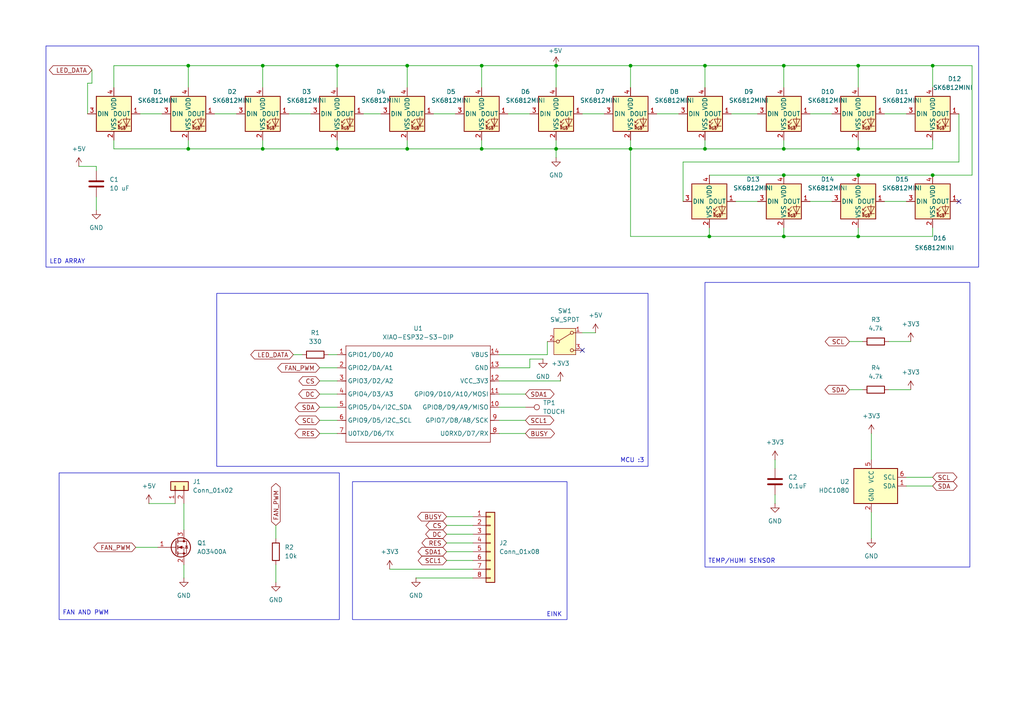
<source format=kicad_sch>
(kicad_sch (version 20250114) (generator "eeschema") (generator_version "9.0")
  (paper "A4")
  (lib_symbols
    (symbol "Connector:TestPoint" (pin_numbers (hide yes)) (pin_names (offset 0.762) (hide yes))
      (property "Reference" "TP" (at 0 6.858 0))
      (property "Value" "TestPoint" (at 0 5.08 0))
      (symbol "TestPoint_0_1"
        (circle (center 0 3.302) (radius 0.762))
      )
      (symbol "TestPoint_1_1"
        (pin passive line (at 0 0 90) (length 2.54) (name "1") (number "1"))
      )
    )
    (symbol "Connector_Generic:Conn_01x02" (pin_names (offset 1.016) (hide yes))
      (property "Reference" "J" (at 0 2.54 0))
      (property "Value" "Conn_01x02" (at 0 -5.08 0))
      (symbol "Conn_01x02_1_1"
        (rectangle (start -1.27 1.27) (end 1.27 -3.81) (stroke (width 0.254)) (fill (type background)))
        (rectangle (start -1.27 0.127) (end 0 -0.127) (stroke (width 0.1524)))
        (rectangle (start -1.27 -2.413) (end 0 -2.667) (stroke (width 0.1524)))
        (pin passive line (at -5.08 0 0) (length 3.81) (name "Pin_1") (number "1"))
        (pin passive line (at -5.08 -2.54 0) (length 3.81) (name "Pin_2") (number "2"))
      )
    )
    (symbol "Connector_Generic:Conn_01x08" (pin_names (offset 1.016) (hide yes))
      (property "Reference" "J" (at 0 10.16 0))
      (property "Value" "Conn_01x08" (at 0 -12.7 0))
      (symbol "Conn_01x08_1_1"
        (rectangle (start -1.27 8.89) (end 1.27 -11.43) (stroke (width 0.254)) (fill (type background)))
        (rectangle (start -1.27 7.747) (end 0 7.493) (stroke (width 0.1524)))
        (rectangle (start -1.27 5.207) (end 0 4.953) (stroke (width 0.1524)))
        (rectangle (start -1.27 2.667) (end 0 2.413) (stroke (width 0.1524)))
        (rectangle (start -1.27 0.127) (end 0 -0.127) (stroke (width 0.1524)))
        (rectangle (start -1.27 -2.413) (end 0 -2.667) (stroke (width 0.1524)))
        (rectangle (start -1.27 -4.953) (end 0 -5.207) (stroke (width 0.1524)))
        (rectangle (start -1.27 -7.493) (end 0 -7.747) (stroke (width 0.1524)))
        (rectangle (start -1.27 -10.033) (end 0 -10.287) (stroke (width 0.1524)))
        (pin passive line (at -5.08 7.62 0) (length 3.81) (name "Pin_1") (number "1"))
        (pin passive line (at -5.08 5.08 0) (length 3.81) (name "Pin_2") (number "2"))
        (pin passive line (at -5.08 2.54 0) (length 3.81) (name "Pin_3") (number "3"))
        (pin passive line (at -5.08 0 0) (length 3.81) (name "Pin_4") (number "4"))
        (pin passive line (at -5.08 -2.54 0) (length 3.81) (name "Pin_5") (number "5"))
        (pin passive line (at -5.08 -5.08 0) (length 3.81) (name "Pin_6") (number "6"))
        (pin passive line (at -5.08 -7.62 0) (length 3.81) (name "Pin_7") (number "7"))
        (pin passive line (at -5.08 -10.16 0) (length 3.81) (name "Pin_8") (number "8"))
      )
    )
    (symbol "Device:C" (pin_numbers (hide yes)) (pin_names (offset 0.254))
      (property "Reference" "C" (at 0.635 2.54 0))
      (property "Value" "C" (at 0.635 -2.54 0))
      (symbol "C_0_1"
        (polyline (pts (xy -2.032 0.762) (xy 2.032 0.762)) (stroke (width 0.508)))
        (polyline (pts (xy -2.032 -0.762) (xy 2.032 -0.762)) (stroke (width 0.508)))
      )
      (symbol "C_1_1"
        (pin passive line (at 0 3.81 270) (length 2.794) (name "~") (number "1"))
        (pin passive line (at 0 -3.81 90) (length 2.794) (name "~") (number "2"))
      )
    )
    (symbol "Device:R" (pin_numbers (hide yes)) (pin_names (offset 0))
      (property "Reference" "R" (at 2.032 0 90))
      (property "Value" "R" (at 0 0 90))
      (symbol "R_0_1"
        (rectangle (start -1.016 -2.54) (end 1.016 2.54) (stroke (width 0.254)))
      )
      (symbol "R_1_1"
        (pin passive line (at 0 3.81 270) (length 1.27) (name "~") (number "1"))
        (pin passive line (at 0 -3.81 90) (length 1.27) (name "~") (number "2"))
      )
    )
    (symbol "LED:SK6812MINI" (pin_names (offset 0.254))
      (property "Reference" "D" (at 5.08 5.715 0))
      (property "Value" "SK6812MINI" (at 1.27 -5.715 0))
      (symbol "SK6812MINI_0_0"
        (text "RGB" (at 2.286 -4.191 0) (effects (font (size 0.762 0.762))))
      )
      (symbol "SK6812MINI_0_1"
        (polyline (pts (xy 1.27 -2.54) (xy 1.778 -2.54)))
        (polyline (pts (xy 1.27 -3.556) (xy 1.778 -3.556)))
        (polyline (pts (xy 2.286 -1.524) (xy 1.27 -2.54) (xy 1.27 -2.032)))
        (polyline (pts (xy 2.286 -2.54) (xy 1.27 -3.556) (xy 1.27 -3.048)))
        (polyline (pts (xy 3.683 -1.016) (xy 3.683 -3.556) (xy 3.683 -4.064)))
        (polyline (pts (xy 4.699 -1.524) (xy 2.667 -1.524) (xy 3.683 -3.556) (xy 4.699 -1.524)))
        (polyline (pts (xy 4.699 -3.556) (xy 2.667 -3.556)))
        (rectangle (start 5.08 5.08) (end -5.08 -5.08) (stroke (width 0.254)) (fill (type background)))
      )
      (symbol "SK6812MINI_1_1"
        (pin input line (at -7.62 0 0) (length 2.54) (name "DIN") (number "3"))
        (pin power_in line (at 0 7.62 270) (length 2.54) (name "VDD") (number "4"))
        (pin power_in line (at 0 -7.62 90) (length 2.54) (name "VSS") (number "2"))
        (pin output line (at 7.62 0 180) (length 2.54) (name "DOUT") (number "1"))
      )
    )
    (symbol "OPL:XIAO-ESP32-S3-DIP"
      (property "Reference" "U" (at 1.27 0.508 0))
      (property "Value" "XIAO-ESP32-S3-DIP" (at 9.652 -1.778 0))
      (symbol "XIAO-ESP32-S3-DIP_1_0"
        (polyline (pts (xy 0 -2.54) (xy 41.91 -2.54)) (stroke (width 0.1524)))
        (polyline (pts (xy 0 -5.08) (xy -1.27 -5.08)) (stroke (width 0.1524)))
        (polyline (pts (xy 0 -5.08) (xy 0 -2.54)) (stroke (width 0.1524)))
        (polyline (pts (xy 0 -8.89) (xy -1.27 -8.89)) (stroke (width 0.1524)))
        (polyline (pts (xy 0 -8.89) (xy 0 -5.08)) (stroke (width 0.1524)))
        (polyline (pts (xy 0 -12.7) (xy -1.27 -12.7)) (stroke (width 0.1524)))
        (polyline (pts (xy 0 -12.7) (xy 0 -8.89)) (stroke (width 0.1524)))
        (polyline (pts (xy 0 -16.51) (xy -1.27 -16.51)) (stroke (width 0.1524)))
        (polyline (pts (xy 0 -16.51) (xy 0 -12.7)) (stroke (width 0.1524)))
        (polyline (pts (xy 0 -20.32) (xy -1.27 -20.32)) (stroke (width 0.1524)))
        (polyline (pts (xy 0 -24.13) (xy -1.27 -24.13)) (stroke (width 0.1524)))
        (polyline (pts (xy 0 -27.94) (xy -1.27 -27.94)) (stroke (width 0.1524)))
        (polyline (pts (xy 0 -30.48) (xy 0 -16.51)) (stroke (width 0.1524)))
        (polyline (pts (xy 41.91 -2.54) (xy 41.91 -5.08)) (stroke (width 0.1524)))
        (polyline (pts (xy 41.91 -5.08) (xy 41.91 -8.89)) (stroke (width 0.1524)))
        (polyline (pts (xy 41.91 -8.89) (xy 41.91 -12.7)) (stroke (width 0.1524)))
        (polyline (pts (xy 41.91 -12.7) (xy 41.91 -30.48)) (stroke (width 0.1524)))
        (polyline (pts (xy 41.91 -30.48) (xy 0 -30.48)) (stroke (width 0.1524)))
        (polyline (pts (xy 43.18 -5.08) (xy 41.91 -5.08)) (stroke (width 0.1524)))
        (polyline (pts (xy 43.18 -8.89) (xy 41.91 -8.89)) (stroke (width 0.1524)))
        (polyline (pts (xy 43.18 -12.7) (xy 41.91 -12.7)) (stroke (width 0.1524)))
        (polyline (pts (xy 43.18 -16.51) (xy 41.91 -16.51)) (stroke (width 0.1524)))
        (polyline (pts (xy 43.18 -20.32) (xy 41.91 -20.32)) (stroke (width 0.1524)))
        (polyline (pts (xy 43.18 -24.13) (xy 41.91 -24.13)) (stroke (width 0.1524)))
        (polyline (pts (xy 43.18 -27.94) (xy 41.91 -27.94)) (stroke (width 0.1524)))
        (pin passive line (at -2.54 -5.08 0) (length 2.54) (name "GPIO1/D0/A0") (number "1"))
        (pin passive line (at -2.54 -8.89 0) (length 2.54) (name "GPIO2/DA/A1") (number "2"))
        (pin passive line (at -2.54 -12.7 0) (length 2.54) (name "GPIO3/D2/A2") (number "3"))
        (pin passive line (at -2.54 -16.51 0) (length 2.54) (name "GPIO4/D3/A3") (number "4"))
        (pin passive line (at -2.54 -20.32 0) (length 2.54) (name "GPIO5/D4/I2C_SDA") (number "5"))
        (pin passive line (at -2.54 -24.13 0) (length 2.54) (name "GPIO9/D5/I2C_SCL") (number "6"))
        (pin passive line (at -2.54 -27.94 0) (length 2.54) (name "U0TXD/D6/TX") (number "7"))
        (pin passive line (at 44.45 -5.08 180) (length 2.54) (name "VBUS") (number "14"))
        (pin passive line (at 44.45 -8.89 180) (length 2.54) (name "GND") (number "13"))
        (pin passive line (at 44.45 -12.7 180) (length 2.54) (name "VCC_3V3") (number "12"))
        (pin passive line (at 44.45 -16.51 180) (length 2.54) (name "GPIO9/D10/A10/MOSI") (number "11"))
        (pin passive line (at 44.45 -20.32 180) (length 2.54) (name "GPIO8/D9/A9/MISO") (number "10"))
        (pin passive line (at 44.45 -24.13 180) (length 2.54) (name "GPIO7/D8/A8/SCK") (number "9"))
        (pin passive line (at 44.45 -27.94 180) (length 2.54) (name "U0RXD/D7/RX") (number "8"))
      )
    )
    (symbol "Sensor_Humidity:HDC1080"
      (property "Reference" "U" (at -6.35 6.35 0))
      (property "Value" "HDC1080" (at 3.81 6.35 0))
      (symbol "HDC1080_0_1"
        (rectangle (start -7.62 5.08) (end 5.08 -5.08) (stroke (width 0.254)) (fill (type background)))
      )
      (symbol "HDC1080_1_1"
        (pin no_connect line (at -7.62 2.54 0) (length 2.54) (hide yes) (name "DAP") (number "7"))
        (pin no_connect line (at -7.62 0 0) (length 2.54) (hide yes) (name "NC") (number "3"))
        (pin no_connect line (at -7.62 -2.54 0) (length 2.54) (hide yes) (name "NC") (number "4"))
        (pin power_in line (at -2.54 7.62 270) (length 2.54) (name "VCC") (number "5"))
        (pin power_in line (at -2.54 -7.62 90) (length 2.54) (name "GND") (number "2"))
        (pin input line (at 7.62 2.54 180) (length 2.54) (name "SCL") (number "6"))
        (pin bidirectional line (at 7.62 0 180) (length 2.54) (name "SDA") (number "1"))
      )
    )
    (symbol "Switch:SW_SPDT" (pin_names (offset 0) (hide yes))
      (property "Reference" "SW" (at 0 5.08 0))
      (property "Value" "SW_SPDT" (at 0 -5.08 0))
      (symbol "SW_SPDT_0_1"
        (circle (center -2.032 0) (radius 0.4572))
        (polyline (pts (xy -1.651 0.254) (xy 1.651 2.286)))
        (circle (center 2.032 2.54) (radius 0.4572))
        (circle (center 2.032 -2.54) (radius 0.4572))
      )
      (symbol "SW_SPDT_1_1"
        (rectangle (start -3.175 3.81) (end 3.175 -3.81) (fill (type background)))
        (pin passive line (at -5.08 0 0) (length 2.54) (name "B") (number "2"))
        (pin passive line (at 5.08 2.54 180) (length 2.54) (name "A") (number "1"))
        (pin passive line (at 5.08 -2.54 180) (length 2.54) (name "C") (number "3"))
      )
    )
    (symbol "Transistor_FET:AO3400A" (pin_names (offset 0) (hide yes))
      (property "Reference" "Q" (at 5.08 1.905 0))
      (property "Value" "AO3400A" (at 5.08 0 0))
      (symbol "AO3400A_0_1"
        (polyline (pts (xy 0.254 1.905) (xy 0.254 -1.905)) (stroke (width 0.254)))
        (polyline (pts (xy 0.254 0) (xy -2.54 0)))
        (polyline (pts (xy 0.762 2.286) (xy 0.762 1.27)) (stroke (width 0.254)))
        (polyline (pts (xy 0.762 0.508) (xy 0.762 -0.508)) (stroke (width 0.254)))
        (polyline (pts (xy 0.762 -1.27) (xy 0.762 -2.286)) (stroke (width 0.254)))
        (polyline (pts (xy 0.762 -1.778) (xy 3.302 -1.778) (xy 3.302 1.778) (xy 0.762 1.778)))
        (polyline (pts (xy 1.016 0) (xy 2.032 0.381) (xy 2.032 -0.381) (xy 1.016 0)) (fill (type outline)))
        (circle (center 1.651 0) (radius 2.794) (stroke (width 0.254)))
        (polyline (pts (xy 2.54 2.54) (xy 2.54 1.778)))
        (circle (center 2.54 1.778) (radius 0.254) (fill (type outline)))
        (circle (center 2.54 -1.778) (radius 0.254) (fill (type outline)))
        (polyline (pts (xy 2.54 -2.54) (xy 2.54 0) (xy 0.762 0)))
        (polyline (pts (xy 2.921 0.381) (xy 3.683 0.381)))
        (polyline (pts (xy 3.302 0.381) (xy 2.921 -0.254) (xy 3.683 -0.254) (xy 3.302 0.381)))
      )
      (symbol "AO3400A_1_1"
        (pin input line (at -5.08 0 0) (length 2.54) (name "G") (number "1"))
        (pin passive line (at 2.54 5.08 270) (length 2.54) (name "D") (number "3"))
        (pin passive line (at 2.54 -5.08 90) (length 2.54) (name "S") (number "2"))
      )
    )
    (symbol "power:+3V3" (power) (pin_numbers (hide yes)) (pin_names (offset 0) (hide yes))
      (property "Value" "+3V3" (at 0 3.556 0))
      (symbol "+3V3_0_1"
        (polyline (pts (xy -0.762 1.27) (xy 0 2.54)))
        (polyline (pts (xy 0 2.54) (xy 0.762 1.27)))
        (polyline (pts (xy 0 0) (xy 0 2.54)))
      )
      (symbol "+3V3_1_1"
        (pin power_in line (at 0 0 90) (length 0) (name "~") (number "1"))
      )
    )
    (symbol "power:+5V" (power) (pin_numbers (hide yes)) (pin_names (offset 0) (hide yes))
      (property "Value" "+5V" (at 0 3.556 0))
      (symbol "+5V_0_1"
        (polyline (pts (xy -0.762 1.27) (xy 0 2.54)))
        (polyline (pts (xy 0 2.54) (xy 0.762 1.27)))
        (polyline (pts (xy 0 0) (xy 0 2.54)))
      )
      (symbol "+5V_1_1"
        (pin power_in line (at 0 0 90) (length 0) (name "~") (number "1"))
      )
    )
    (symbol "power:GND" (power) (pin_numbers (hide yes)) (pin_names (offset 0) (hide yes))
      (property "Value" "GND" (at 0 -3.81 0))
      (symbol "GND_0_1"
        (polyline (pts (xy 0 0) (xy 0 -1.27) (xy 1.27 -1.27) (xy 0 -2.54) (xy -1.27 -1.27) (xy 0 -1.27)))
      )
      (symbol "GND_1_1"
        (pin power_in line (at 0 0 270) (length 0) (name "~") (number "1"))
      )
    )
  )
  (rectangle (start 102.235 139.7) (end 164.465 179.705))
  (rectangle (start 62.865 85.09) (end 187.96 135.255))
  (rectangle (start 13.335 13.335) (end 283.845 77.47))
  (rectangle (start 204.47 81.915) (end 281.305 164.465))
  (rectangle (start 17.145 137.16) (end 98.425 179.705))
  (text "TEMP/HUMI SENSOR" (at 215.138 162.814 0) (effects (font (size 1.27 1.27))))
  (text "FAN AND PWM" (at 24.892 177.8 0) (effects (font (size 1.27 1.27))))
  (text "EINK" (at 160.782 178.308 0) (effects (font (size 1.27 1.27))))
  (text "MCU :3" (at 183.388 133.604 0) (effects (font (size 1.27 1.27))))
  (text "LED ARRAY" (at 19.558 75.946 0) (effects (font (size 1.27 1.27))))
  (junction (at 76.2 19.05))
  (junction (at 227.33 50.8))
  (junction (at 248.92 19.05))
  (junction (at 139.7 43.18))
  (junction (at 227.33 68.58))
  (junction (at 118.11 43.18))
  (junction (at 270.51 50.8))
  (junction (at 205.74 68.58))
  (junction (at 204.47 19.05))
  (junction (at 54.61 19.05))
  (junction (at 161.29 43.18))
  (junction (at 248.92 50.8))
  (junction (at 248.92 68.58))
  (junction (at 161.29 19.05))
  (junction (at 182.88 43.18))
  (junction (at 270.51 19.05))
  (junction (at 248.92 43.18))
  (junction (at 139.7 19.05))
  (junction (at 182.88 19.05))
  (junction (at 118.11 19.05))
  (junction (at 54.61 43.18))
  (junction (at 204.47 43.18))
  (junction (at 97.79 43.18))
  (junction (at 76.2 43.18))
  (junction (at 227.33 43.18))
  (junction (at 227.33 19.05))
  (junction (at 97.79 19.05))
  (no_connect (at 278.13 58.42))
  (no_connect (at 168.91 101.6))
  (wire (pts (xy 83.82 33.02) (xy 90.17 33.02)))
  (wire (pts (xy 182.88 43.18) (xy 204.47 43.18)))
  (wire (pts (xy 105.41 33.02) (xy 110.49 33.02)))
  (wire (pts (xy 144.78 118.11) (xy 152.4 118.11)))
  (wire (pts (xy 25.4 24.13) (xy 25.4 33.02)))
  (wire (pts (xy 248.92 19.05) (xy 248.92 25.4)))
  (wire (pts (xy 97.79 19.05) (xy 97.79 25.4)))
  (wire (pts (xy 125.73 33.02) (xy 132.08 33.02)))
  (wire (pts (xy 262.89 138.43) (xy 270.51 138.43)))
  (wire (pts (xy 118.11 40.64) (xy 118.11 43.18)))
  (wire (pts (xy 168.91 33.02) (xy 175.26 33.02)))
  (wire (pts (xy 27.94 48.26) (xy 27.94 49.53)))
  (wire (pts (xy 257.81 113.03) (xy 264.16 113.03)))
  (wire (pts (xy 92.71 114.3) (xy 97.79 114.3)))
  (wire (pts (xy 227.33 19.05) (xy 227.33 25.4)))
  (wire (pts (xy 262.89 140.97) (xy 270.51 140.97)))
  (wire (pts (xy 144.78 125.73) (xy 152.4 125.73)))
  (wire (pts (xy 76.2 43.18) (xy 54.61 43.18)))
  (wire (pts (xy 224.79 143.51) (xy 224.79 146.05)))
  (wire (pts (xy 227.33 43.18) (xy 248.92 43.18)))
  (wire (pts (xy 22.86 48.26) (xy 27.94 48.26)))
  (wire (pts (xy 182.88 40.64) (xy 182.88 43.18)))
  (wire (pts (xy 95.25 102.87) (xy 97.79 102.87)))
  (wire (pts (xy 53.34 163.83) (xy 53.34 167.64)))
  (wire (pts (xy 54.61 25.4) (xy 54.61 19.05)))
  (wire (pts (xy 227.33 66.04) (xy 227.33 68.58)))
  (wire (pts (xy 227.33 68.58) (xy 205.74 68.58)))
  (wire (pts (xy 248.92 50.8) (xy 270.51 50.8)))
  (wire (pts (xy 129.54 157.48) (xy 137.16 157.48)))
  (wire (pts (xy 248.92 40.64) (xy 248.92 43.18)))
  (wire (pts (xy 144.78 114.3) (xy 152.4 114.3)))
  (wire (pts (xy 252.73 148.59) (xy 252.73 156.21)))
  (wire (pts (xy 33.02 19.05) (xy 54.61 19.05)))
  (wire (pts (xy 198.12 46.99) (xy 198.12 58.42)))
  (wire (pts (xy 144.78 121.92) (xy 152.4 121.92)))
  (wire (pts (xy 39.37 158.75) (xy 45.72 158.75)))
  (wire (pts (xy 53.34 146.05) (xy 53.34 153.67)))
  (wire (pts (xy 158.75 102.87) (xy 158.75 99.06)))
  (wire (pts (xy 278.13 33.02) (xy 278.13 46.99)))
  (wire (pts (xy 62.23 33.02) (xy 68.58 33.02)))
  (wire (pts (xy 129.54 160.02) (xy 137.16 160.02)))
  (wire (pts (xy 227.33 19.05) (xy 248.92 19.05)))
  (wire (pts (xy 248.92 66.04) (xy 248.92 68.58)))
  (wire (pts (xy 182.88 19.05) (xy 204.47 19.05)))
  (wire (pts (xy 248.92 43.18) (xy 270.51 43.18)))
  (wire (pts (xy 270.51 50.8) (xy 281.94 50.8)))
  (wire (pts (xy 129.54 149.86) (xy 137.16 149.86)))
  (wire (pts (xy 129.54 154.94) (xy 137.16 154.94)))
  (wire (pts (xy 33.02 25.4) (xy 33.02 19.05)))
  (wire (pts (xy 97.79 43.18) (xy 76.2 43.18)))
  (wire (pts (xy 161.29 43.18) (xy 161.29 45.72)))
  (wire (pts (xy 168.91 96.52) (xy 172.72 96.52)))
  (wire (pts (xy 248.92 68.58) (xy 227.33 68.58)))
  (wire (pts (xy 212.09 33.02) (xy 219.71 33.02)))
  (wire (pts (xy 182.88 68.58) (xy 182.88 43.18)))
  (wire (pts (xy 190.5 33.02) (xy 196.85 33.02)))
  (wire (pts (xy 161.29 40.64) (xy 161.29 43.18)))
  (wire (pts (xy 129.54 162.56) (xy 137.16 162.56)))
  (wire (pts (xy 213.36 58.42) (xy 219.71 58.42)))
  (wire (pts (xy 76.2 40.64) (xy 76.2 43.18)))
  (wire (pts (xy 270.51 68.58) (xy 248.92 68.58)))
  (wire (pts (xy 204.47 40.64) (xy 204.47 43.18)))
  (wire (pts (xy 204.47 43.18) (xy 227.33 43.18)))
  (wire (pts (xy 118.11 19.05) (xy 118.11 25.4)))
  (wire (pts (xy 153.67 106.68) (xy 144.78 106.68)))
  (wire (pts (xy 92.71 110.49) (xy 97.79 110.49)))
  (wire (pts (xy 257.81 99.06) (xy 264.16 99.06)))
  (wire (pts (xy 281.94 19.05) (xy 270.51 19.05)))
  (wire (pts (xy 205.74 68.58) (xy 182.88 68.58)))
  (wire (pts (xy 80.01 163.83) (xy 80.01 168.91)))
  (wire (pts (xy 246.38 113.03) (xy 250.19 113.03)))
  (wire (pts (xy 252.73 125.73) (xy 252.73 133.35)))
  (wire (pts (xy 92.71 106.68) (xy 97.79 106.68)))
  (wire (pts (xy 281.94 50.8) (xy 281.94 19.05)))
  (wire (pts (xy 270.51 66.04) (xy 270.51 68.58)))
  (wire (pts (xy 26.67 24.13) (xy 25.4 24.13)))
  (wire (pts (xy 27.94 57.15) (xy 27.94 60.96)))
  (wire (pts (xy 80.01 152.4) (xy 80.01 156.21)))
  (wire (pts (xy 76.2 19.05) (xy 97.79 19.05)))
  (wire (pts (xy 161.29 43.18) (xy 139.7 43.18)))
  (wire (pts (xy 270.51 40.64) (xy 270.51 43.18)))
  (wire (pts (xy 256.54 33.02) (xy 262.89 33.02)))
  (wire (pts (xy 205.74 50.8) (xy 227.33 50.8)))
  (wire (pts (xy 153.67 104.14) (xy 157.48 104.14)))
  (wire (pts (xy 161.29 43.18) (xy 182.88 43.18)))
  (wire (pts (xy 139.7 19.05) (xy 139.7 25.4)))
  (wire (pts (xy 54.61 40.64) (xy 54.61 43.18)))
  (wire (pts (xy 153.67 104.14) (xy 153.67 106.68)))
  (wire (pts (xy 139.7 19.05) (xy 161.29 19.05)))
  (wire (pts (xy 278.13 46.99) (xy 198.12 46.99)))
  (wire (pts (xy 118.11 43.18) (xy 97.79 43.18)))
  (wire (pts (xy 54.61 43.18) (xy 33.02 43.18)))
  (wire (pts (xy 161.29 19.05) (xy 182.88 19.05)))
  (wire (pts (xy 204.47 19.05) (xy 227.33 19.05)))
  (wire (pts (xy 182.88 19.05) (xy 182.88 25.4)))
  (wire (pts (xy 270.51 19.05) (xy 270.51 25.4)))
  (wire (pts (xy 43.18 146.05) (xy 50.8 146.05)))
  (wire (pts (xy 246.38 99.06) (xy 250.19 99.06)))
  (wire (pts (xy 129.54 152.4) (xy 137.16 152.4)))
  (wire (pts (xy 256.54 58.42) (xy 262.89 58.42)))
  (wire (pts (xy 144.78 110.49) (xy 162.56 110.49)))
  (wire (pts (xy 92.71 125.73) (xy 97.79 125.73)))
  (wire (pts (xy 204.47 19.05) (xy 204.47 25.4)))
  (wire (pts (xy 144.78 102.87) (xy 158.75 102.87)))
  (wire (pts (xy 85.09 102.87) (xy 87.63 102.87)))
  (wire (pts (xy 227.33 40.64) (xy 227.33 43.18)))
  (wire (pts (xy 40.64 33.02) (xy 46.99 33.02)))
  (wire (pts (xy 97.79 40.64) (xy 97.79 43.18)))
  (wire (pts (xy 92.71 121.92) (xy 97.79 121.92)))
  (wire (pts (xy 234.95 58.42) (xy 241.3 58.42)))
  (wire (pts (xy 76.2 19.05) (xy 76.2 25.4)))
  (wire (pts (xy 205.74 66.04) (xy 205.74 68.58)))
  (wire (pts (xy 26.67 20.32) (xy 26.67 24.13)))
  (wire (pts (xy 147.32 33.02) (xy 153.67 33.02)))
  (wire (pts (xy 234.95 33.02) (xy 241.3 33.02)))
  (wire (pts (xy 113.03 165.1) (xy 137.16 165.1)))
  (wire (pts (xy 248.92 19.05) (xy 270.51 19.05)))
  (wire (pts (xy 97.79 19.05) (xy 118.11 19.05)))
  (wire (pts (xy 33.02 43.18) (xy 33.02 40.64)))
  (wire (pts (xy 139.7 43.18) (xy 118.11 43.18)))
  (wire (pts (xy 120.65 167.64) (xy 137.16 167.64)))
  (wire (pts (xy 227.33 50.8) (xy 248.92 50.8)))
  (wire (pts (xy 139.7 40.64) (xy 139.7 43.18)))
  (wire (pts (xy 118.11 19.05) (xy 139.7 19.05)))
  (wire (pts (xy 54.61 19.05) (xy 76.2 19.05)))
  (wire (pts (xy 161.29 19.05) (xy 161.29 25.4)))
  (wire (pts (xy 224.79 133.35) (xy 224.79 135.89)))
  (wire (pts (xy 92.71 118.11) (xy 97.79 118.11)))
  (global_label "SDA1" (shape bidirectional) (at 129.54 160.02 180) (property "Intersheetrefs" "${INTERSHEET_REFS}" (effects (hide yes))))
  (global_label "SDA" (shape bidirectional) (at 246.38 113.03 180) (property "Intersheetrefs" "${INTERSHEET_REFS}" (effects (hide yes))))
  (global_label "DC" (shape bidirectional) (at 92.71 114.3 180) (property "Intersheetrefs" "${INTERSHEET_REFS}" (effects (hide yes))))
  (global_label "BUSY" (shape bidirectional) (at 129.54 149.86 180) (property "Intersheetrefs" "${INTERSHEET_REFS}" (effects (hide yes))))
  (global_label "SDA" (shape bidirectional) (at 270.51 140.97 0) (property "Intersheetrefs" "${INTERSHEET_REFS}" (effects (hide yes))))
  (global_label "SCL" (shape bidirectional) (at 92.71 121.92 180) (property "Intersheetrefs" "${INTERSHEET_REFS}" (effects (hide yes))))
  (global_label "SDA1" (shape bidirectional) (at 152.4 114.3 0) (property "Intersheetrefs" "${INTERSHEET_REFS}" (effects (hide yes))))
  (global_label "SCL1" (shape bidirectional) (at 152.4 121.92 0) (property "Intersheetrefs" "${INTERSHEET_REFS}" (effects (hide yes))))
  (global_label "SCL1" (shape bidirectional) (at 129.54 162.56 180) (property "Intersheetrefs" "${INTERSHEET_REFS}" (effects (hide yes))))
  (global_label "CS" (shape bidirectional) (at 92.71 110.49 180) (property "Intersheetrefs" "${INTERSHEET_REFS}" (effects (hide yes))))
  (global_label "FAN_PWM" (shape bidirectional) (at 39.37 158.75 180) (property "Intersheetrefs" "${INTERSHEET_REFS}" (effects (hide yes))))
  (global_label "LED_DATA" (shape bidirectional) (at 26.67 20.32 180) (property "Intersheetrefs" "${INTERSHEET_REFS}" (effects (hide yes))))
  (global_label "LED_DATA" (shape bidirectional) (at 85.09 102.87 180) (property "Intersheetrefs" "${INTERSHEET_REFS}" (effects (hide yes))))
  (global_label "SCL" (shape bidirectional) (at 270.51 138.43 0) (property "Intersheetrefs" "${INTERSHEET_REFS}" (effects (hide yes))))
  (global_label "SCL" (shape bidirectional) (at 246.38 99.06 180) (property "Intersheetrefs" "${INTERSHEET_REFS}" (effects (hide yes))))
  (global_label "FAN_PWM" (shape bidirectional) (at 80.01 152.4 90) (property "Intersheetrefs" "${INTERSHEET_REFS}" (effects (hide yes))))
  (global_label "RES" (shape bidirectional) (at 92.71 125.73 180) (property "Intersheetrefs" "${INTERSHEET_REFS}" (effects (hide yes))))
  (global_label "CS" (shape bidirectional) (at 129.54 152.4 180) (property "Intersheetrefs" "${INTERSHEET_REFS}" (effects (hide yes))))
  (global_label "SDA" (shape bidirectional) (at 92.71 118.11 180) (property "Intersheetrefs" "${INTERSHEET_REFS}" (effects (hide yes))))
  (global_label "DC" (shape bidirectional) (at 129.54 154.94 180) (property "Intersheetrefs" "${INTERSHEET_REFS}" (effects (hide yes))))
  (global_label "BUSY" (shape bidirectional) (at 152.4 125.73 0) (property "Intersheetrefs" "${INTERSHEET_REFS}" (effects (hide yes))))
  (global_label "FAN_PWM" (shape bidirectional) (at 92.71 106.68 180) (property "Intersheetrefs" "${INTERSHEET_REFS}" (effects (hide yes))))
  (global_label "RES" (shape bidirectional) (at 129.54 157.48 180) (property "Intersheetrefs" "${INTERSHEET_REFS}" (effects (hide yes))))
  (symbol (lib_id "LED:SK6812MINI") (at 227.33 58.42 0) (unit 1)
    (property "Reference" "D14" (at 240.03 51.9998 0))
    (property "Value" "SK6812MINI" (at 240.03 54.5398 0))
    (property "Footprint" "LED_SMD:LED_SK6812MINI_PLCC4_3.5x3.5mm_P1.75mm" (effects (hide yes)))
    (property "Datasheet" "https://cdn-shop.adafruit.com/product-files/2686/SK6812MINI_REV.01-1-2.pdf" (effects (hide yes)))
    (property "Description" "RGB LED with integrated controller" (effects (hide yes)))
  )
  (symbol (lib_id "LED:SK6812MINI") (at 204.47 33.02 0) (unit 1)
    (property "Reference" "D9" (at 217.17 26.5998 0))
    (property "Value" "SK6812MINI" (at 217.17 29.1398 0))
    (property "Footprint" "LED_SMD:LED_SK6812MINI_PLCC4_3.5x3.5mm_P1.75mm" (effects (hide yes)))
    (property "Datasheet" "https://cdn-shop.adafruit.com/product-files/2686/SK6812MINI_REV.01-1-2.pdf" (effects (hide yes)))
    (property "Description" "RGB LED with integrated controller" (effects (hide yes)))
  )
  (symbol (lib_id "power:+3V3") (at 113.03 165.1 0) (unit 1)
    (property "Reference" "#PWR017" (effects (hide yes)))
    (property "Value" "+3V3" (at 113.03 160.02 0))
    (property "Description" "Power symbol creates a global label with name \"+3V3\"" (effects (hide yes)))
  )
  (symbol (lib_id "Connector_Generic:Conn_01x02") (at 50.8 140.97 90) (unit 1)
    (property "Reference" "J1" (at 55.88 139.6999 90) (effects (justify right)))
    (property "Value" "Conn_01x02" (at 55.88 142.2399 90) (effects (justify right)))
    (property "Footprint" "Connector_JST:JST_XH_B2B-XH-A_1x02_P2.50mm_Vertical" (effects (hide yes)))
    (property "Description" "Generic connector, single row, 01x02, script generated (kicad-library-utils/schlib/autogen/connector/)" (effects (hide yes)))
  )
  (symbol (lib_id "LED:SK6812MINI") (at 118.11 33.02 0) (unit 1)
    (property "Reference" "D5" (at 130.81 26.5998 0))
    (property "Value" "SK6812MINI" (at 130.81 29.1398 0))
    (property "Footprint" "LED_SMD:LED_SK6812MINI_PLCC4_3.5x3.5mm_P1.75mm" (effects (hide yes)))
    (property "Datasheet" "https://cdn-shop.adafruit.com/product-files/2686/SK6812MINI_REV.01-1-2.pdf" (effects (hide yes)))
    (property "Description" "RGB LED with integrated controller" (effects (hide yes)))
  )
  (symbol (lib_id "LED:SK6812MINI") (at 205.74 58.42 0) (unit 1)
    (property "Reference" "D13" (at 218.44 51.9998 0))
    (property "Value" "SK6812MINI" (at 218.44 54.5398 0))
    (property "Footprint" "LED_SMD:LED_SK6812MINI_PLCC4_3.5x3.5mm_P1.75mm" (effects (hide yes)))
    (property "Datasheet" "https://cdn-shop.adafruit.com/product-files/2686/SK6812MINI_REV.01-1-2.pdf" (effects (hide yes)))
    (property "Description" "RGB LED with integrated controller" (effects (hide yes)))
  )
  (symbol (lib_id "power:+5V") (at 172.72 96.52 0) (unit 1)
    (property "Reference" "#PWR01" (effects (hide yes)))
    (property "Value" "+5V" (at 172.72 91.44 0))
    (property "Description" "Power symbol creates a global label with name \"+5V\"" (effects (hide yes)))
  )
  (symbol (lib_id "LED:SK6812MINI") (at 76.2 33.02 0) (unit 1)
    (property "Reference" "D3" (at 88.9 26.5998 0))
    (property "Value" "SK6812MINI" (at 88.9 29.1398 0))
    (property "Footprint" "LED_SMD:LED_SK6812MINI_PLCC4_3.5x3.5mm_P1.75mm" (effects (hide yes)))
    (property "Datasheet" "https://cdn-shop.adafruit.com/product-files/2686/SK6812MINI_REV.01-1-2.pdf" (effects (hide yes)))
    (property "Description" "RGB LED with integrated controller" (effects (hide yes)))
  )
  (symbol (lib_id "LED:SK6812MINI") (at 270.51 33.02 0) (unit 1)
    (property "Reference" "D12" (at 276.86 22.86 0))
    (property "Value" "SK6812MINI" (at 276.352 25.4 0))
    (property "Footprint" "LED_SMD:LED_SK6812MINI_PLCC4_3.5x3.5mm_P1.75mm" (effects (hide yes)))
    (property "Datasheet" "https://cdn-shop.adafruit.com/product-files/2686/SK6812MINI_REV.01-1-2.pdf" (effects (hide yes)))
    (property "Description" "RGB LED with integrated controller" (effects (hide yes)))
  )
  (symbol (lib_id "LED:SK6812MINI") (at 33.02 33.02 0) (unit 1)
    (property "Reference" "D1" (at 45.72 26.5998 0))
    (property "Value" "SK6812MINI" (at 45.72 29.1398 0))
    (property "Footprint" "LED_SMD:LED_SK6812MINI_PLCC4_3.5x3.5mm_P1.75mm" (effects (hide yes)))
    (property "Datasheet" "https://cdn-shop.adafruit.com/product-files/2686/SK6812MINI_REV.01-1-2.pdf" (effects (hide yes)))
    (property "Description" "RGB LED with integrated controller" (effects (hide yes)))
  )
  (symbol (lib_id "Device:R") (at 254 113.03 90) (unit 1)
    (property "Reference" "R4" (at 254 106.68 90))
    (property "Value" "4.7k" (at 254 109.22 90))
    (property "Footprint" "Resistor_SMD:R_0402_1005Metric" (effects (hide yes)))
    (property "Description" "Resistor" (effects (hide yes)))
  )
  (symbol (lib_id "LED:SK6812MINI") (at 139.7 33.02 0) (unit 1)
    (property "Reference" "D6" (at 152.4 26.5998 0))
    (property "Value" "SK6812MINI" (at 152.4 29.1398 0))
    (property "Footprint" "LED_SMD:LED_SK6812MINI_PLCC4_3.5x3.5mm_P1.75mm" (effects (hide yes)))
    (property "Datasheet" "https://cdn-shop.adafruit.com/product-files/2686/SK6812MINI_REV.01-1-2.pdf" (effects (hide yes)))
    (property "Description" "RGB LED with integrated controller" (effects (hide yes)))
  )
  (symbol (lib_id "power:+3V3") (at 162.56 110.49 0) (unit 1)
    (property "Reference" "#PWR04" (effects (hide yes)))
    (property "Value" "+3V3" (at 162.56 105.41 0))
    (property "Description" "Power symbol creates a global label with name \"+3V3\"" (effects (hide yes)))
  )
  (symbol (lib_id "LED:SK6812MINI") (at 161.29 33.02 0) (unit 1)
    (property "Reference" "D7" (at 173.99 26.5998 0))
    (property "Value" "SK6812MINI" (at 173.99 29.1398 0))
    (property "Footprint" "LED_SMD:LED_SK6812MINI_PLCC4_3.5x3.5mm_P1.75mm" (effects (hide yes)))
    (property "Datasheet" "https://cdn-shop.adafruit.com/product-files/2686/SK6812MINI_REV.01-1-2.pdf" (effects (hide yes)))
    (property "Description" "RGB LED with integrated controller" (effects (hide yes)))
  )
  (symbol (lib_id "Device:R") (at 91.44 102.87 90) (unit 1)
    (property "Reference" "R1" (at 91.44 96.52 90))
    (property "Value" "330" (at 91.44 99.06 90))
    (property "Footprint" "Resistor_SMD:R_0402_1005Metric" (effects (hide yes)))
    (property "Description" "Resistor" (effects (hide yes)))
  )
  (symbol (lib_id "OPL:XIAO-ESP32-S3-DIP") (at 100.33 97.79 0) (unit 1)
    (property "Reference" "U1" (at 121.285 95.25 0))
    (property "Value" "XIAO-ESP32-S3-DIP" (at 121.285 97.79 0))
    (property "Footprint" "OPL:XIAO-ESP32S3-DIP" (effects (hide yes)))
  )
  (symbol (lib_id "power:GND") (at 161.29 45.72 0) (unit 1)
    (property "Reference" "#PWR09" (effects (hide yes)))
    (property "Value" "GND" (at 161.29 50.8 0))
    (property "Description" "Power symbol creates a global label with name \"GND\" , ground" (effects (hide yes)))
  )
  (symbol (lib_id "Sensor_Humidity:HDC1080") (at 255.27 140.97 0) (unit 1)
    (property "Reference" "U2" (at 246.38 139.6999 0) (effects (justify right)))
    (property "Value" "HDC1080" (at 246.38 142.2399 0) (effects (justify right)))
    (property "Footprint" "Package_SON:Texas_PWSON-N6" (effects (hide yes)))
    (property "Datasheet" "http://www.ti.com/lit/ds/symlink/hdc1080.pdf" (effects (hide yes)))
    (property "Description" "Low Power,High Accuracy Digital Humidity Sensor with Temperature Sensor" (effects (hide yes)))
  )
  (symbol (lib_id "LED:SK6812MINI") (at 97.79 33.02 0) (unit 1)
    (property "Reference" "D4" (at 110.49 26.5998 0))
    (property "Value" "SK6812MINI" (at 110.49 29.1398 0))
    (property "Footprint" "LED_SMD:LED_SK6812MINI_PLCC4_3.5x3.5mm_P1.75mm" (effects (hide yes)))
    (property "Datasheet" "https://cdn-shop.adafruit.com/product-files/2686/SK6812MINI_REV.01-1-2.pdf" (effects (hide yes)))
    (property "Description" "RGB LED with integrated controller" (effects (hide yes)))
  )
  (symbol (lib_id "Device:R") (at 254 99.06 90) (unit 1)
    (property "Reference" "R3" (at 254 92.71 90))
    (property "Value" "4.7k" (at 254 95.25 90))
    (property "Footprint" "Resistor_SMD:R_0402_1005Metric" (effects (hide yes)))
    (property "Description" "Resistor" (effects (hide yes)))
  )
  (symbol (lib_id "power:+3V3") (at 264.16 113.03 0) (unit 1)
    (property "Reference" "#PWR016" (effects (hide yes)))
    (property "Value" "+3V3" (at 264.16 107.95 0))
    (property "Description" "Power symbol creates a global label with name \"+3V3\"" (effects (hide yes)))
  )
  (symbol (lib_id "LED:SK6812MINI") (at 248.92 58.42 0) (unit 1)
    (property "Reference" "D15" (at 261.62 51.9998 0))
    (property "Value" "SK6812MINI" (at 261.62 54.5398 0))
    (property "Footprint" "LED_SMD:LED_SK6812MINI_PLCC4_3.5x3.5mm_P1.75mm" (effects (hide yes)))
    (property "Datasheet" "https://cdn-shop.adafruit.com/product-files/2686/SK6812MINI_REV.01-1-2.pdf" (effects (hide yes)))
    (property "Description" "RGB LED with integrated controller" (effects (hide yes)))
  )
  (symbol (lib_id "power:GND") (at 224.79 146.05 0) (unit 1)
    (property "Reference" "#PWR014" (effects (hide yes)))
    (property "Value" "GND" (at 224.79 151.13 0))
    (property "Description" "Power symbol creates a global label with name \"GND\" , ground" (effects (hide yes)))
  )
  (symbol (lib_id "power:+5V") (at 161.29 19.05 0) (unit 1)
    (property "Reference" "#PWR08" (effects (hide yes)))
    (property "Value" "+5V" (at 161.036 14.732 0))
    (property "Description" "Power symbol creates a global label with name \"+5V\"" (effects (hide yes)))
  )
  (symbol (lib_id "power:+3V3") (at 264.16 99.06 0) (unit 1)
    (property "Reference" "#PWR015" (effects (hide yes)))
    (property "Value" "+3V3" (at 264.16 93.98 0))
    (property "Description" "Power symbol creates a global label with name \"+3V3\"" (effects (hide yes)))
  )
  (symbol (lib_id "LED:SK6812MINI") (at 270.51 58.42 0) (unit 1)
    (property "Reference" "D16" (at 272.542 69.088 0))
    (property "Value" "SK6812MINI" (at 271.018 71.882 0))
    (property "Footprint" "LED_SMD:LED_SK6812MINI_PLCC4_3.5x3.5mm_P1.75mm" (effects (hide yes)))
    (property "Datasheet" "https://cdn-shop.adafruit.com/product-files/2686/SK6812MINI_REV.01-1-2.pdf" (effects (hide yes)))
    (property "Description" "RGB LED with integrated controller" (effects (hide yes)))
  )
  (symbol (lib_id "LED:SK6812MINI") (at 182.88 33.02 0) (unit 1)
    (property "Reference" "D8" (at 195.58 26.5998 0))
    (property "Value" "SK6812MINI" (at 195.58 29.1398 0))
    (property "Footprint" "LED_SMD:LED_SK6812MINI_PLCC4_3.5x3.5mm_P1.75mm" (effects (hide yes)))
    (property "Datasheet" "https://cdn-shop.adafruit.com/product-files/2686/SK6812MINI_REV.01-1-2.pdf" (effects (hide yes)))
    (property "Description" "RGB LED with integrated controller" (effects (hide yes)))
  )
  (symbol (lib_id "Device:C") (at 224.79 139.7 0) (unit 1)
    (property "Reference" "C2" (at 228.6 138.4299 0) (effects (justify left)))
    (property "Value" "0.1uF" (at 228.6 140.9699 0) (effects (justify left)))
    (property "Footprint" "Capacitor_SMD:C_0402_1005Metric" (effects (hide yes)))
    (property "Description" "Unpolarized capacitor" (effects (hide yes)))
  )
  (symbol (lib_id "Connector_Generic:Conn_01x08") (at 142.24 157.48 0) (unit 1)
    (property "Reference" "J2" (at 144.78 157.4799 0) (effects (justify left)))
    (property "Value" "Conn_01x08" (at 144.78 160.0199 0) (effects (justify left)))
    (property "Footprint" "Connector_PinHeader_2.54mm:PinHeader_1x08_P2.54mm_Vertical" (effects (hide yes)))
    (property "Description" "Generic connector, single row, 01x08, script generated (kicad-library-utils/schlib/autogen/connector/)" (effects (hide yes)))
  )
  (symbol (lib_id "power:GND") (at 120.65 167.64 0) (unit 1)
    (property "Reference" "#PWR018" (effects (hide yes)))
    (property "Value" "GND" (at 120.65 172.72 0))
    (property "Description" "Power symbol creates a global label with name \"GND\" , ground" (effects (hide yes)))
  )
  (symbol (lib_id "power:+3V3") (at 224.79 133.35 0) (unit 1)
    (property "Reference" "#PWR013" (effects (hide yes)))
    (property "Value" "+3V3" (at 224.79 128.27 0))
    (property "Description" "Power symbol creates a global label with name \"+3V3\"" (effects (hide yes)))
  )
  (symbol (lib_id "Device:R") (at 80.01 160.02 0) (unit 1)
    (property "Reference" "R2" (at 82.55 158.7499 0) (effects (justify left)))
    (property "Value" "10k" (at 82.55 161.2899 0) (effects (justify left)))
    (property "Footprint" "Resistor_SMD:R_0402_1005Metric" (effects (hide yes)))
    (property "Description" "Resistor" (effects (hide yes)))
  )
  (symbol (lib_id "Switch:SW_SPDT") (at 163.83 99.06 0) (unit 1)
    (property "Reference" "SW1" (at 163.83 90.17 0))
    (property "Value" "SW_SPDT" (at 163.83 92.71 0))
    (property "Footprint" "Button_Switch_THT:SW_Slide_SPDT_Angled_CK_OS102011MA1Q" (effects (hide yes)))
    (property "Description" "Switch, single pole double throw" (effects (hide yes)))
  )
  (symbol (lib_id "LED:SK6812MINI") (at 248.92 33.02 0) (unit 1)
    (property "Reference" "D11" (at 261.62 26.5998 0))
    (property "Value" "SK6812MINI" (at 261.62 29.1398 0))
    (property "Footprint" "LED_SMD:LED_SK6812MINI_PLCC4_3.5x3.5mm_P1.75mm" (effects (hide yes)))
    (property "Datasheet" "https://cdn-shop.adafruit.com/product-files/2686/SK6812MINI_REV.01-1-2.pdf" (effects (hide yes)))
    (property "Description" "RGB LED with integrated controller" (effects (hide yes)))
  )
  (symbol (lib_id "power:+5V") (at 22.86 48.26 0) (unit 1)
    (property "Reference" "#PWR06" (effects (hide yes)))
    (property "Value" "+5V" (at 22.86 43.18 0))
    (property "Description" "Power symbol creates a global label with name \"+5V\"" (effects (hide yes)))
  )
  (symbol (lib_id "Connector:TestPoint") (at 152.4 118.11 270) (unit 1)
    (property "Reference" "TP1" (at 157.48 116.8399 90) (effects (justify left)))
    (property "Value" "TOUCH" (at 157.48 119.3799 90) (effects (justify left)))
    (property "Footprint" "TestPoint:TestPoint_Pad_D4.0mm" (effects (hide yes)))
    (property "Description" "test point" (effects (hide yes)))
  )
  (symbol (lib_id "power:GND") (at 252.73 156.21 0) (unit 1)
    (property "Reference" "#PWR012" (effects (hide yes)))
    (property "Value" "GND" (at 252.73 161.29 0))
    (property "Description" "Power symbol creates a global label with name \"GND\" , ground" (effects (hide yes)))
  )
  (symbol (lib_id "power:GND") (at 53.34 167.64 0) (unit 1)
    (property "Reference" "#PWR010" (effects (hide yes)))
    (property "Value" "GND" (at 53.34 172.72 0))
    (property "Description" "Power symbol creates a global label with name \"GND\" , ground" (effects (hide yes)))
  )
  (symbol (lib_id "power:GND") (at 157.48 104.14 0) (unit 1)
    (property "Reference" "#PWR03" (effects (hide yes)))
    (property "Value" "GND" (at 157.48 109.22 0))
    (property "Description" "Power symbol creates a global label with name \"GND\" , ground" (effects (hide yes)))
  )
  (symbol (lib_id "power:+5V") (at 43.18 146.05 0) (unit 1)
    (property "Reference" "#PWR07" (effects (hide yes)))
    (property "Value" "+5V" (at 43.18 140.97 0))
    (property "Description" "Power symbol creates a global label with name \"+5V\"" (effects (hide yes)))
  )
  (symbol (lib_id "LED:SK6812MINI") (at 54.61 33.02 0) (unit 1)
    (property "Reference" "D2" (at 67.31 26.5998 0))
    (property "Value" "SK6812MINI" (at 67.31 29.1398 0))
    (property "Footprint" "LED_SMD:LED_SK6812MINI_PLCC4_3.5x3.5mm_P1.75mm" (effects (hide yes)))
    (property "Datasheet" "https://cdn-shop.adafruit.com/product-files/2686/SK6812MINI_REV.01-1-2.pdf" (effects (hide yes)))
    (property "Description" "RGB LED with integrated controller" (effects (hide yes)))
  )
  (symbol (lib_id "power:GND") (at 27.94 60.96 0) (unit 1)
    (property "Reference" "#PWR02" (effects (hide yes)))
    (property "Value" "GND" (at 27.94 66.04 0))
    (property "Description" "Power symbol creates a global label with name \"GND\" , ground" (effects (hide yes)))
  )
  (symbol (lib_id "power:+3V3") (at 252.73 125.73 0) (unit 1)
    (property "Reference" "#PWR05" (effects (hide yes)))
    (property "Value" "+3V3" (at 252.73 120.65 0))
    (property "Description" "Power symbol creates a global label with name \"+3V3\"" (effects (hide yes)))
  )
  (symbol (lib_id "LED:SK6812MINI") (at 227.33 33.02 0) (unit 1)
    (property "Reference" "D10" (at 240.03 26.5998 0))
    (property "Value" "SK6812MINI" (at 240.03 29.1398 0))
    (property "Footprint" "LED_SMD:LED_SK6812MINI_PLCC4_3.5x3.5mm_P1.75mm" (effects (hide yes)))
    (property "Datasheet" "https://cdn-shop.adafruit.com/product-files/2686/SK6812MINI_REV.01-1-2.pdf" (effects (hide yes)))
    (property "Description" "RGB LED with integrated controller" (effects (hide yes)))
  )
  (symbol (lib_id "power:GND") (at 80.01 168.91 0) (unit 1)
    (property "Reference" "#PWR011" (effects (hide yes)))
    (property "Value" "GND" (at 80.01 173.99 0))
    (property "Description" "Power symbol creates a global label with name \"GND\" , ground" (effects (hide yes)))
  )
  (symbol (lib_id "Device:C") (at 27.94 53.34 0) (unit 1)
    (property "Reference" "C1" (at 31.75 52.0699 0) (effects (justify left)))
    (property "Value" "10 uF" (at 31.75 54.6099 0) (effects (justify left)))
    (property "Footprint" "Capacitor_SMD:C_0402_1005Metric" (effects (hide yes)))
    (property "Description" "Unpolarized capacitor" (effects (hide yes)))
  )
  (symbol (lib_id "Transistor_FET:AO3400A") (at 50.8 158.75 0) (unit 1)
    (property "Reference" "Q1" (at 57.15 157.4799 0) (effects (justify left)))
    (property "Value" "AO3400A" (at 57.15 160.0199 0) (effects (justify left)))
    (property "Footprint" "Package_TO_SOT_SMD:SOT-23" (effects (hide yes)))
    (property "Datasheet" "http://www.aosmd.com/pdfs/datasheet/AO3400A.pdf" (effects (hide yes)))
    (property "Description" "30V Vds, 5.7A Id, N-Channel MOSFET, SOT-23" (effects (hide yes)))
  )
)
</source>
